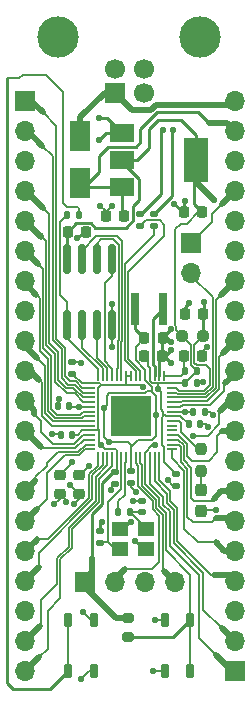
<source format=gbr>
%TF.GenerationSoftware,KiCad,Pcbnew,(6.0.11)*%
%TF.CreationDate,2024-08-13T15:35:31-05:00*%
%TF.ProjectId,PicoAlt,5069636f-416c-4742-9e6b-696361645f70,rev?*%
%TF.SameCoordinates,Original*%
%TF.FileFunction,Copper,L1,Top*%
%TF.FilePolarity,Positive*%
%FSLAX46Y46*%
G04 Gerber Fmt 4.6, Leading zero omitted, Abs format (unit mm)*
G04 Created by KiCad (PCBNEW (6.0.11)) date 2024-08-13 15:35:31*
%MOMM*%
%LPD*%
G01*
G04 APERTURE LIST*
G04 Aperture macros list*
%AMRoundRect*
0 Rectangle with rounded corners*
0 $1 Rounding radius*
0 $2 $3 $4 $5 $6 $7 $8 $9 X,Y pos of 4 corners*
0 Add a 4 corners polygon primitive as box body*
4,1,4,$2,$3,$4,$5,$6,$7,$8,$9,$2,$3,0*
0 Add four circle primitives for the rounded corners*
1,1,$1+$1,$2,$3*
1,1,$1+$1,$4,$5*
1,1,$1+$1,$6,$7*
1,1,$1+$1,$8,$9*
0 Add four rect primitives between the rounded corners*
20,1,$1+$1,$2,$3,$4,$5,0*
20,1,$1+$1,$4,$5,$6,$7,0*
20,1,$1+$1,$6,$7,$8,$9,0*
20,1,$1+$1,$8,$9,$2,$3,0*%
G04 Aperture macros list end*
%TA.AperFunction,SMDPad,CuDef*%
%ADD10R,1.400000X1.200000*%
%TD*%
%TA.AperFunction,SMDPad,CuDef*%
%ADD11RoundRect,0.140000X0.140000X0.170000X-0.140000X0.170000X-0.140000X-0.170000X0.140000X-0.170000X0*%
%TD*%
%TA.AperFunction,ComponentPad*%
%ADD12R,1.700000X1.700000*%
%TD*%
%TA.AperFunction,ComponentPad*%
%ADD13C,1.700000*%
%TD*%
%TA.AperFunction,ComponentPad*%
%ADD14C,3.500000*%
%TD*%
%TA.AperFunction,SMDPad,CuDef*%
%ADD15RoundRect,0.135000X0.135000X0.185000X-0.135000X0.185000X-0.135000X-0.185000X0.135000X-0.185000X0*%
%TD*%
%TA.AperFunction,SMDPad,CuDef*%
%ADD16RoundRect,0.225000X0.225000X0.250000X-0.225000X0.250000X-0.225000X-0.250000X0.225000X-0.250000X0*%
%TD*%
%TA.AperFunction,SMDPad,CuDef*%
%ADD17RoundRect,0.237500X0.237500X-0.250000X0.237500X0.250000X-0.237500X0.250000X-0.237500X-0.250000X0*%
%TD*%
%TA.AperFunction,SMDPad,CuDef*%
%ADD18RoundRect,0.135000X-0.185000X0.135000X-0.185000X-0.135000X0.185000X-0.135000X0.185000X0.135000X0*%
%TD*%
%TA.AperFunction,SMDPad,CuDef*%
%ADD19RoundRect,0.140000X-0.170000X0.140000X-0.170000X-0.140000X0.170000X-0.140000X0.170000X0.140000X0*%
%TD*%
%TA.AperFunction,SMDPad,CuDef*%
%ADD20RoundRect,0.225000X-0.225000X-0.250000X0.225000X-0.250000X0.225000X0.250000X-0.225000X0.250000X0*%
%TD*%
%TA.AperFunction,SMDPad,CuDef*%
%ADD21RoundRect,0.050000X-0.387500X-0.050000X0.387500X-0.050000X0.387500X0.050000X-0.387500X0.050000X0*%
%TD*%
%TA.AperFunction,SMDPad,CuDef*%
%ADD22RoundRect,0.050000X-0.050000X-0.387500X0.050000X-0.387500X0.050000X0.387500X-0.050000X0.387500X0*%
%TD*%
%TA.AperFunction,SMDPad,CuDef*%
%ADD23R,3.400000X3.400000*%
%TD*%
%TA.AperFunction,SMDPad,CuDef*%
%ADD24RoundRect,0.200000X-0.275000X0.200000X-0.275000X-0.200000X0.275000X-0.200000X0.275000X0.200000X0*%
%TD*%
%TA.AperFunction,SMDPad,CuDef*%
%ADD25R,2.000000X1.500000*%
%TD*%
%TA.AperFunction,SMDPad,CuDef*%
%ADD26R,2.000000X3.800000*%
%TD*%
%TA.AperFunction,ComponentPad*%
%ADD27O,1.700000X1.700000*%
%TD*%
%TA.AperFunction,SMDPad,CuDef*%
%ADD28RoundRect,0.140000X-0.140000X-0.170000X0.140000X-0.170000X0.140000X0.170000X-0.140000X0.170000X0*%
%TD*%
%TA.AperFunction,SMDPad,CuDef*%
%ADD29R,0.800000X2.700000*%
%TD*%
%TA.AperFunction,SMDPad,CuDef*%
%ADD30R,1.800000X2.500000*%
%TD*%
%TA.AperFunction,SMDPad,CuDef*%
%ADD31RoundRect,0.237500X0.250000X0.237500X-0.250000X0.237500X-0.250000X-0.237500X0.250000X-0.237500X0*%
%TD*%
%TA.AperFunction,SMDPad,CuDef*%
%ADD32RoundRect,0.162500X0.162500X-0.437500X0.162500X0.437500X-0.162500X0.437500X-0.162500X-0.437500X0*%
%TD*%
%TA.AperFunction,SMDPad,CuDef*%
%ADD33RoundRect,0.237500X0.237500X-0.287500X0.237500X0.287500X-0.237500X0.287500X-0.237500X-0.287500X0*%
%TD*%
%TA.AperFunction,SMDPad,CuDef*%
%ADD34RoundRect,0.150000X0.150000X-1.125000X0.150000X1.125000X-0.150000X1.125000X-0.150000X-1.125000X0*%
%TD*%
%TA.AperFunction,SMDPad,CuDef*%
%ADD35RoundRect,0.135000X0.185000X-0.135000X0.185000X0.135000X-0.185000X0.135000X-0.185000X-0.135000X0*%
%TD*%
%TA.AperFunction,SMDPad,CuDef*%
%ADD36RoundRect,0.140000X0.170000X-0.140000X0.170000X0.140000X-0.170000X0.140000X-0.170000X-0.140000X0*%
%TD*%
%TA.AperFunction,SMDPad,CuDef*%
%ADD37RoundRect,0.225000X-0.250000X0.225000X-0.250000X-0.225000X0.250000X-0.225000X0.250000X0.225000X0*%
%TD*%
%TA.AperFunction,ViaPad*%
%ADD38C,0.550000*%
%TD*%
%TA.AperFunction,Conductor*%
%ADD39C,0.130000*%
%TD*%
%TA.AperFunction,Conductor*%
%ADD40C,0.250000*%
%TD*%
%TA.AperFunction,Conductor*%
%ADD41C,0.500000*%
%TD*%
G04 APERTURE END LIST*
D10*
%TO.P,Y1,1,1*%
%TO.N,Net-(C16-Pad2)*%
X147720000Y-116650000D03*
%TO.P,Y1,2,2*%
%TO.N,GND*%
X149920000Y-116650000D03*
%TO.P,Y1,3,3*%
%TO.N,Net-(C17-Pad2)*%
X149920000Y-114950000D03*
%TO.P,Y1,4,4*%
%TO.N,GND*%
X147720000Y-114950000D03*
%TD*%
D11*
%TO.P,C13,1*%
%TO.N,+3.3V*%
X143710000Y-106980000D03*
%TO.P,C13,2*%
%TO.N,GND*%
X142750000Y-106980000D03*
%TD*%
D12*
%TO.P,J2,1,VBUS*%
%TO.N,VBUS*%
X147290000Y-78040000D03*
D13*
%TO.P,J2,2,D-*%
%TO.N,Net-(J2-Pad2)*%
X149790000Y-78040000D03*
%TO.P,J2,3,D+*%
%TO.N,Net-(J2-Pad3)*%
X149790000Y-76040000D03*
%TO.P,J2,4,GND*%
%TO.N,GND*%
X147290000Y-76040000D03*
D14*
%TO.P,J2,5,Shield*%
X154560000Y-73330000D03*
X142520000Y-73330000D03*
%TD*%
D15*
%TO.P,R9,1*%
%TO.N,Net-(R9-Pad1)*%
X144274000Y-88392000D03*
%TO.P,R9,2*%
%TO.N,QSPISS*%
X143254000Y-88392000D03*
%TD*%
D16*
%TO.P,C12,1*%
%TO.N,+3.3V*%
X154685000Y-88150000D03*
%TO.P,C12,2*%
%TO.N,GND*%
X153135000Y-88150000D03*
%TD*%
D17*
%TO.P,R1,1*%
%TO.N,Net-(D1-Pad2)*%
X154630000Y-110042500D03*
%TO.P,R1,2*%
%TO.N,GPIO25*%
X154630000Y-108217500D03*
%TD*%
D18*
%TO.P,R3,1*%
%TO.N,Net-(J2-Pad3)*%
X150600000Y-88330000D03*
%TO.P,R3,2*%
%TO.N,USBP*%
X150600000Y-89350000D03*
%TD*%
D19*
%TO.P,C1,1*%
%TO.N,+3.3V*%
X152500000Y-110330000D03*
%TO.P,C1,2*%
%TO.N,GND*%
X152500000Y-111290000D03*
%TD*%
D20*
%TO.P,C10,1*%
%TO.N,+1V1*%
X149805000Y-98790000D03*
%TO.P,C10,2*%
%TO.N,GND*%
X151355000Y-98790000D03*
%TD*%
D21*
%TO.P,U3,1,IOVDD*%
%TO.N,+3.3V*%
X145220000Y-102630000D03*
%TO.P,U3,2,GPIO0*%
%TO.N,GPIO0*%
X145220000Y-103030000D03*
%TO.P,U3,3,GPIO1*%
%TO.N,GPIO1*%
X145220000Y-103430000D03*
%TO.P,U3,4,GPIO2*%
%TO.N,GPIO2*%
X145220000Y-103830000D03*
%TO.P,U3,5,GPIO3*%
%TO.N,GPIO3*%
X145220000Y-104230000D03*
%TO.P,U3,6,DVDD*%
%TO.N,+1V1*%
X145220000Y-104630000D03*
%TO.P,U3,7,GPIO4*%
%TO.N,GPIO4*%
X145220000Y-105030000D03*
%TO.P,U3,8,GPIO5*%
%TO.N,GPIO5*%
X145220000Y-105430000D03*
%TO.P,U3,9,GPIO6*%
%TO.N,GPIO6*%
X145220000Y-105830000D03*
%TO.P,U3,10,GPIO7*%
%TO.N,GPIO7*%
X145220000Y-106230000D03*
%TO.P,U3,11,IOVDD*%
%TO.N,+3.3V*%
X145220000Y-106630000D03*
%TO.P,U3,12,GPIO8*%
%TO.N,GPIO8*%
X145220000Y-107030000D03*
%TO.P,U3,13,GPIO9*%
%TO.N,GPIO9*%
X145220000Y-107430000D03*
%TO.P,U3,14,GPIO10*%
%TO.N,GPIO10*%
X145220000Y-107830000D03*
%TO.P,U3,15,GPIO11*%
%TO.N,GPIO11*%
X145220000Y-108230000D03*
D22*
%TO.P,U3,16,GPIO12*%
%TO.N,GPIO12*%
X145870000Y-108880000D03*
%TO.P,U3,17,GPIO13*%
%TO.N,GPIO13*%
X146270000Y-108880000D03*
%TO.P,U3,18,GPIO14*%
%TO.N,GPIO14*%
X146670000Y-108880000D03*
%TO.P,U3,19,GPIO15*%
%TO.N,GPIO15*%
X147070000Y-108880000D03*
%TO.P,U3,20,IOVDD*%
%TO.N,+3.3V*%
X147470000Y-108880000D03*
%TO.P,U3,21,XIN*%
%TO.N,Net-(C16-Pad2)*%
X147870000Y-108880000D03*
%TO.P,U3,22,XOUT*%
%TO.N,Net-(R5-Pad2)*%
X148270000Y-108880000D03*
%TO.P,U3,23,DVDD*%
%TO.N,+1V1*%
X148670000Y-108880000D03*
%TO.P,U3,24,SWCLK*%
%TO.N,Net-(J3-Pad2)*%
X149070000Y-108880000D03*
%TO.P,U3,25,SWD*%
%TO.N,Net-(J3-Pad4)*%
X149470000Y-108880000D03*
%TO.P,U3,26,RUN*%
%TO.N,RUN*%
X149870000Y-108880000D03*
%TO.P,U3,27,GPIO16*%
%TO.N,GPIO16*%
X150270000Y-108880000D03*
%TO.P,U3,28,GPIO17*%
%TO.N,GPIO17*%
X150670000Y-108880000D03*
%TO.P,U3,29,GPIO18*%
%TO.N,GPIO18*%
X151070000Y-108880000D03*
%TO.P,U3,30,IOVDD*%
%TO.N,+3.3V*%
X151470000Y-108880000D03*
D21*
%TO.P,U3,31,GPIO19*%
%TO.N,GPIO19*%
X152120000Y-108230000D03*
%TO.P,U3,32,GPIO20*%
%TO.N,GPIO20*%
X152120000Y-107830000D03*
%TO.P,U3,33,GPIO21*%
%TO.N,GPIO21*%
X152120000Y-107430000D03*
%TO.P,U3,34,GPIO22*%
%TO.N,GPIO22*%
X152120000Y-107030000D03*
%TO.P,U3,35,GPIO23*%
%TO.N,GPIO23*%
X152120000Y-106630000D03*
%TO.P,U3,36,GPIO24*%
%TO.N,GPIO24*%
X152120000Y-106230000D03*
%TO.P,U3,37,GPIO25*%
%TO.N,GPIO25*%
X152120000Y-105830000D03*
%TO.P,U3,38,IOVDD*%
%TO.N,+3.3V*%
X152120000Y-105430000D03*
%TO.P,U3,39,DVDD*%
%TO.N,+1V1*%
X152120000Y-105030000D03*
%TO.P,U3,40,GPIO26_ADC0*%
%TO.N,GPIO26*%
X152120000Y-104630000D03*
%TO.P,U3,41,GPIO27_ADC1*%
%TO.N,GPIO27*%
X152120000Y-104230000D03*
%TO.P,U3,42,GPIO28_ADC2*%
%TO.N,GPIO28*%
X152120000Y-103830000D03*
%TO.P,U3,43,GPIO29_ADC3*%
%TO.N,GPIO29*%
X152120000Y-103430000D03*
%TO.P,U3,44,ADC_AVDD*%
%TO.N,ADCVREF*%
X152120000Y-103030000D03*
%TO.P,U3,45,IOVDD*%
%TO.N,+3.3V*%
X152120000Y-102630000D03*
D22*
%TO.P,U3,46,VREG_AVDD*%
%TO.N,Net-(C14-Pad1)*%
X151470000Y-101980000D03*
%TO.P,U3,47,VREG_PGND*%
%TO.N,GND*%
X151070000Y-101980000D03*
%TO.P,U3,48,VREG_LX*%
%TO.N,Net-(L1-Pad1)*%
X150670000Y-101980000D03*
%TO.P,U3,49,VREG_VIN*%
%TO.N,+3.3V*%
X150270000Y-101980000D03*
%TO.P,U3,50,VREG_FB*%
%TO.N,+1V1*%
X149870000Y-101980000D03*
%TO.P,U3,51,USB_DM*%
%TO.N,USBM*%
X149470000Y-101980000D03*
%TO.P,U3,52,USB_DP*%
%TO.N,USBP*%
X149070000Y-101980000D03*
%TO.P,U3,53,USB_OTP_VDD*%
%TO.N,+3.3V*%
X148670000Y-101980000D03*
%TO.P,U3,54,QSPI_IOVDD*%
X148270000Y-101980000D03*
%TO.P,U3,55,QSPI_SD3*%
%TO.N,QSPISD3*%
X147870000Y-101980000D03*
%TO.P,U3,56,QSPI_SCLK*%
%TO.N,QSPICLK*%
X147470000Y-101980000D03*
%TO.P,U3,57,QSPI_SD0*%
%TO.N,QSPISD0*%
X147070000Y-101980000D03*
%TO.P,U3,58,QSPI_SD2*%
%TO.N,QSPISD2*%
X146670000Y-101980000D03*
%TO.P,U3,59,QSPI_SD1*%
%TO.N,QSPISD1*%
X146270000Y-101980000D03*
%TO.P,U3,60,QSPI_SS*%
%TO.N,QSPISS*%
X145870000Y-101980000D03*
D23*
%TO.P,U3,61,GND*%
%TO.N,GND*%
X148670000Y-105430000D03*
%TD*%
D24*
%TO.P,R6,1*%
%TO.N,+3.3V*%
X148450000Y-122490000D03*
%TO.P,R6,2*%
%TO.N,RUN*%
X148450000Y-124140000D03*
%TD*%
D25*
%TO.P,U1,1,GND*%
%TO.N,GND*%
X147880000Y-81430000D03*
%TO.P,U1,2,VO*%
%TO.N,+3.3V*%
X147880000Y-83730000D03*
D26*
X154180000Y-83730000D03*
D25*
%TO.P,U1,3,VI*%
%TO.N,+5V*%
X147880000Y-86030000D03*
%TD*%
D12*
%TO.P,J3,1,Pin_1*%
%TO.N,+3.3V*%
X144770000Y-119460000D03*
D27*
%TO.P,J3,2,Pin_2*%
%TO.N,Net-(J3-Pad2)*%
X147310000Y-119460000D03*
%TO.P,J3,3,Pin_3*%
%TO.N,GND*%
X149850000Y-119460000D03*
%TO.P,J3,4,Pin_4*%
%TO.N,Net-(J3-Pad4)*%
X152390000Y-119460000D03*
%TD*%
D16*
%TO.P,C4,1*%
%TO.N,+5V*%
X148075000Y-88500000D03*
%TO.P,C4,2*%
%TO.N,GND*%
X146525000Y-88500000D03*
%TD*%
D28*
%TO.P,C19,1*%
%TO.N,+1V1*%
X153970000Y-105090000D03*
%TO.P,C19,2*%
%TO.N,GND*%
X154930000Y-105090000D03*
%TD*%
D29*
%TO.P,L1,1,1*%
%TO.N,Net-(L1-Pad1)*%
X151350000Y-96370000D03*
%TO.P,L1,2,2*%
%TO.N,+1V1*%
X149050000Y-96370000D03*
%TD*%
D30*
%TO.P,D2,1,K*%
%TO.N,+5V*%
X144400000Y-85710000D03*
%TO.P,D2,2,A*%
%TO.N,VBUS*%
X144400000Y-81710000D03*
%TD*%
D31*
%TO.P,R7,1*%
%TO.N,ADCVREF*%
X154802500Y-98610000D03*
%TO.P,R7,2*%
%TO.N,+3.3V*%
X152977500Y-98610000D03*
%TD*%
D15*
%TO.P,R5,1*%
%TO.N,Net-(C17-Pad2)*%
X148610000Y-113540000D03*
%TO.P,R5,2*%
%TO.N,Net-(R5-Pad2)*%
X147590000Y-113540000D03*
%TD*%
D32*
%TO.P,SW1,1,1*%
%TO.N,GND*%
X151565000Y-126970000D03*
X151565000Y-122670000D03*
%TO.P,SW1,2,2*%
%TO.N,RUN*%
X153715000Y-122670000D03*
X153715000Y-126970000D03*
%TD*%
D33*
%TO.P,D1,1,K*%
%TO.N,GND*%
X154630000Y-113435000D03*
%TO.P,D1,2,A*%
%TO.N,Net-(D1-Pad2)*%
X154630000Y-111685000D03*
%TD*%
D28*
%TO.P,C8,1*%
%TO.N,+3.3V*%
X153280000Y-102640000D03*
%TO.P,C8,2*%
%TO.N,GND*%
X154240000Y-102640000D03*
%TD*%
D20*
%TO.P,C14,1*%
%TO.N,Net-(C14-Pad1)*%
X153149000Y-100330000D03*
%TO.P,C14,2*%
%TO.N,GND*%
X154699000Y-100330000D03*
%TD*%
%TO.P,C15,1*%
%TO.N,+3.3V*%
X143305000Y-89810000D03*
%TO.P,C15,2*%
%TO.N,GND*%
X144855000Y-89810000D03*
%TD*%
D16*
%TO.P,C18,1*%
%TO.N,ADCVREF*%
X154805000Y-96760000D03*
%TO.P,C18,2*%
%TO.N,GND*%
X153255000Y-96760000D03*
%TD*%
D12*
%TO.P,JP1,1,A*%
%TO.N,Net-(J5-Pad17)*%
X153790000Y-90760000D03*
D27*
%TO.P,JP1,2,B*%
%TO.N,GPIO29*%
X153790000Y-93300000D03*
%TD*%
D34*
%TO.P,U2,1,/CS*%
%TO.N,QSPISS*%
X143235000Y-97675000D03*
%TO.P,U2,2,DO(IO1)*%
%TO.N,QSPISD1*%
X144505000Y-97675000D03*
%TO.P,U2,3,IO2*%
%TO.N,QSPISD2*%
X145775000Y-97675000D03*
%TO.P,U2,4,GND*%
%TO.N,GND*%
X147045000Y-97675000D03*
%TO.P,U2,5,DI(IO0)*%
%TO.N,QSPISD0*%
X147045000Y-92125000D03*
%TO.P,U2,6,CLK*%
%TO.N,QSPICLK*%
X145775000Y-92125000D03*
%TO.P,U2,7,IO*%
%TO.N,QSPISD3*%
X144505000Y-92125000D03*
%TO.P,U2,8,VCC*%
%TO.N,+3.3V*%
X143235000Y-92125000D03*
%TD*%
D12*
%TO.P,J5,1,Pin_1*%
%TO.N,GPIO16*%
X157480000Y-127000000D03*
D27*
%TO.P,J5,2,Pin_2*%
%TO.N,GPIO17*%
X157480000Y-124460000D03*
%TO.P,J5,3,Pin_3*%
%TO.N,GND*%
X157480000Y-121920000D03*
%TO.P,J5,4,Pin_4*%
%TO.N,GPIO18*%
X157480000Y-119380000D03*
%TO.P,J5,5,Pin_5*%
%TO.N,GPIO19*%
X157480000Y-116840000D03*
%TO.P,J5,6,Pin_6*%
%TO.N,GPIO20*%
X157480000Y-114300000D03*
%TO.P,J5,7,Pin_7*%
%TO.N,GPIO21*%
X157480000Y-111760000D03*
%TO.P,J5,8,Pin_8*%
%TO.N,GND*%
X157480000Y-109220000D03*
%TO.P,J5,9,Pin_9*%
%TO.N,GPIO22*%
X157480000Y-106680000D03*
%TO.P,J5,10,Pin_10*%
%TO.N,RUN*%
X157480000Y-104140000D03*
%TO.P,J5,11,Pin_11*%
%TO.N,GPIO26*%
X157480000Y-101600000D03*
%TO.P,J5,12,Pin_12*%
%TO.N,GPIO27*%
X157480000Y-99060000D03*
%TO.P,J5,13,Pin_13*%
%TO.N,GND*%
X157480000Y-96520000D03*
%TO.P,J5,14,Pin_14*%
%TO.N,GPIO28*%
X157480000Y-93980000D03*
%TO.P,J5,15,Pin_15*%
%TO.N,ADCVREF*%
X157480000Y-91440000D03*
%TO.P,J5,16,Pin_16*%
%TO.N,+3.3V*%
X157480000Y-88900000D03*
%TO.P,J5,17,Pin_17*%
%TO.N,Net-(J5-Pad17)*%
X157480000Y-86360000D03*
%TO.P,J5,18,Pin_18*%
%TO.N,GND*%
X157480000Y-83820000D03*
%TO.P,J5,19,Pin_19*%
%TO.N,+5V*%
X157480000Y-81280000D03*
%TO.P,J5,20,Pin_20*%
%TO.N,VBUS*%
X157480000Y-78740000D03*
%TD*%
D35*
%TO.P,R4,1*%
%TO.N,USBM*%
X149480000Y-89350000D03*
%TO.P,R4,2*%
%TO.N,Net-(J2-Pad2)*%
X149480000Y-88330000D03*
%TD*%
D19*
%TO.P,C16,1*%
%TO.N,GND*%
X146060000Y-115170000D03*
%TO.P,C16,2*%
%TO.N,Net-(C16-Pad2)*%
X146060000Y-116130000D03*
%TD*%
D36*
%TO.P,C2,1*%
%TO.N,+3.3V*%
X143700000Y-101810000D03*
%TO.P,C2,2*%
%TO.N,GND*%
X143700000Y-100850000D03*
%TD*%
D32*
%TO.P,SW2,1,1*%
%TO.N,Net-(R9-Pad1)*%
X143375000Y-126960000D03*
X143375000Y-122660000D03*
%TO.P,SW2,2,2*%
%TO.N,GND*%
X145525000Y-122660000D03*
X145525000Y-126960000D03*
%TD*%
D15*
%TO.P,R2,1*%
%TO.N,+3.3V*%
X154300000Y-101620000D03*
%TO.P,R2,2*%
%TO.N,Net-(C14-Pad1)*%
X153280000Y-101620000D03*
%TD*%
D11*
%TO.P,C3,1*%
%TO.N,+1V1*%
X143460000Y-104580000D03*
%TO.P,C3,2*%
%TO.N,GND*%
X142500000Y-104580000D03*
%TD*%
D19*
%TO.P,C9,1*%
%TO.N,+3.3V*%
X147320000Y-110180000D03*
%TO.P,C9,2*%
%TO.N,GND*%
X147320000Y-111140000D03*
%TD*%
D37*
%TO.P,C5,1*%
%TO.N,+3.3V*%
X142650000Y-110425000D03*
%TO.P,C5,2*%
%TO.N,GND*%
X142650000Y-111975000D03*
%TD*%
D28*
%TO.P,C11,1*%
%TO.N,+3.3V*%
X153550000Y-106120000D03*
%TO.P,C11,2*%
%TO.N,GND*%
X154510000Y-106120000D03*
%TD*%
D19*
%TO.P,C17,1*%
%TO.N,GND*%
X149630000Y-112580000D03*
%TO.P,C17,2*%
%TO.N,Net-(C17-Pad2)*%
X149630000Y-113540000D03*
%TD*%
D20*
%TO.P,C20,1*%
%TO.N,+3.3V*%
X149785000Y-100330000D03*
%TO.P,C20,2*%
%TO.N,GND*%
X151335000Y-100330000D03*
%TD*%
D37*
%TO.P,C6,1*%
%TO.N,+1V1*%
X144280000Y-110435000D03*
%TO.P,C6,2*%
%TO.N,GND*%
X144280000Y-111985000D03*
%TD*%
D19*
%TO.P,C7,1*%
%TO.N,+1V1*%
X148700000Y-110080000D03*
%TO.P,C7,2*%
%TO.N,GND*%
X148700000Y-111040000D03*
%TD*%
D12*
%TO.P,J4,1,Pin_1*%
%TO.N,GPIO0*%
X139700000Y-78740000D03*
D27*
%TO.P,J4,2,Pin_2*%
%TO.N,GPIO1*%
X139700000Y-81280000D03*
%TO.P,J4,3,Pin_3*%
%TO.N,GND*%
X139700000Y-83820000D03*
%TO.P,J4,4,Pin_4*%
%TO.N,GPIO2*%
X139700000Y-86360000D03*
%TO.P,J4,5,Pin_5*%
%TO.N,GPIO3*%
X139700000Y-88900000D03*
%TO.P,J4,6,Pin_6*%
%TO.N,GPIO4*%
X139700000Y-91440000D03*
%TO.P,J4,7,Pin_7*%
%TO.N,GPIO5*%
X139700000Y-93980000D03*
%TO.P,J4,8,Pin_8*%
%TO.N,GND*%
X139700000Y-96520000D03*
%TO.P,J4,9,Pin_9*%
%TO.N,GPIO6*%
X139700000Y-99060000D03*
%TO.P,J4,10,Pin_10*%
%TO.N,GPIO7*%
X139700000Y-101600000D03*
%TO.P,J4,11,Pin_11*%
%TO.N,GPIO8*%
X139700000Y-104140000D03*
%TO.P,J4,12,Pin_12*%
%TO.N,GPIO9*%
X139700000Y-106680000D03*
%TO.P,J4,13,Pin_13*%
%TO.N,GND*%
X139700000Y-109220000D03*
%TO.P,J4,14,Pin_14*%
%TO.N,GPIO10*%
X139700000Y-111760000D03*
%TO.P,J4,15,Pin_15*%
%TO.N,GPIO11*%
X139700000Y-114300000D03*
%TO.P,J4,16,Pin_16*%
%TO.N,GPIO12*%
X139700000Y-116840000D03*
%TO.P,J4,17,Pin_17*%
%TO.N,GPIO13*%
X139700000Y-119380000D03*
%TO.P,J4,18,Pin_18*%
%TO.N,GND*%
X139700000Y-121920000D03*
%TO.P,J4,19,Pin_19*%
%TO.N,GPIO14*%
X139700000Y-124460000D03*
%TO.P,J4,20,Pin_20*%
%TO.N,GPIO15*%
X139700000Y-127000000D03*
%TD*%
D38*
%TO.N,GND*%
X147030000Y-99590000D03*
%TO.N,+3.3V*%
X143670000Y-109330000D03*
X146160000Y-107870000D03*
X149700000Y-102910000D03*
X155700000Y-87080000D03*
X150960000Y-103140000D03*
%TO.N,GND*%
X152080000Y-100930000D03*
X146230000Y-114360000D03*
X147060000Y-87610000D03*
X146000000Y-80170000D03*
X152350000Y-87450000D03*
X155910000Y-113340000D03*
X144470000Y-127630000D03*
X155660000Y-105360000D03*
X142030000Y-106960000D03*
X149800000Y-104220000D03*
X151780000Y-110830000D03*
X152040000Y-98040000D03*
X143830000Y-112840000D03*
X155080000Y-99570000D03*
X149840000Y-105360000D03*
X152070000Y-99790000D03*
X149110000Y-111860000D03*
X148670000Y-105410000D03*
X142550000Y-103940000D03*
X154810000Y-102500000D03*
X149000000Y-116010000D03*
X152070000Y-99170000D03*
X148890000Y-112600000D03*
X155190000Y-106320000D03*
X153210000Y-87200000D03*
X142200000Y-112840000D03*
X145950000Y-82040000D03*
X150540000Y-126970000D03*
X146050000Y-87590000D03*
X150750000Y-122670000D03*
X144140000Y-90330000D03*
X144450000Y-100880000D03*
X147510000Y-104180000D03*
X153560000Y-95840000D03*
X147040000Y-95900000D03*
X143520000Y-111230000D03*
X146990000Y-111630000D03*
X149960000Y-106740000D03*
X143170000Y-112690000D03*
X147380000Y-105360000D03*
X148690000Y-114390000D03*
X147330000Y-106660000D03*
X144640000Y-122030000D03*
%TO.N,+1V1*%
X146390000Y-104710000D03*
X144290000Y-104620000D03*
X145160000Y-109600000D03*
X150810000Y-105350000D03*
X146840000Y-107580000D03*
X153241179Y-105088032D03*
%TO.N,ADCVREF*%
X154845000Y-95785000D03*
%TO.N,RUN*%
X150740000Y-107870000D03*
X153940000Y-107080000D03*
%TO.N,Net-(J2-Pad2)*%
X151360000Y-81180000D03*
%TO.N,Net-(J2-Pad3)*%
X152210000Y-81220000D03*
%TD*%
D39*
%TO.N,GND*%
X147045000Y-99575000D02*
X147030000Y-99590000D01*
X147045000Y-97675000D02*
X147045000Y-99575000D01*
%TO.N,+3.3V*%
X151290000Y-105562965D02*
X151290000Y-107820000D01*
X144520000Y-102630000D02*
X145220000Y-102630000D01*
D40*
X143305000Y-89810000D02*
X144055000Y-89060000D01*
D39*
X152920000Y-89110000D02*
X153410000Y-89110000D01*
X144560000Y-106630000D02*
X144210000Y-106980000D01*
X145220000Y-106630000D02*
X144560000Y-106630000D01*
D40*
X148890000Y-87590000D02*
X149370000Y-87110000D01*
D39*
X151290000Y-107820000D02*
X151470000Y-108000000D01*
D40*
X146260000Y-111060000D02*
X147140000Y-110180000D01*
X143300000Y-92060000D02*
X143235000Y-92125000D01*
D39*
X146000000Y-107710000D02*
X146160000Y-107870000D01*
D41*
X144770000Y-119850000D02*
X147410000Y-122490000D01*
D39*
X144210000Y-106980000D02*
X143710000Y-106980000D01*
X146040000Y-102630000D02*
X146160000Y-102750000D01*
D40*
X146260000Y-112820000D02*
X146260000Y-111060000D01*
D39*
X145940000Y-106630000D02*
X145970000Y-106600000D01*
D40*
X150230000Y-82680000D02*
X150230000Y-81080000D01*
X148330000Y-89390000D02*
X148338823Y-89390000D01*
X143300000Y-89815000D02*
X143300000Y-92060000D01*
D39*
X143700000Y-101810000D02*
X144520000Y-102630000D01*
X143670000Y-109330000D02*
X143670000Y-109405000D01*
X145890000Y-106520000D02*
X145970000Y-106600000D01*
D40*
X148890000Y-88838823D02*
X148890000Y-87590000D01*
D39*
X151420000Y-105432965D02*
X151290000Y-105562965D01*
D40*
X147880000Y-83730000D02*
X149180000Y-83730000D01*
X152900000Y-80330000D02*
X154180000Y-81610000D01*
X154030000Y-87495000D02*
X154030000Y-83880000D01*
D39*
X146480000Y-108190000D02*
X147340000Y-108190000D01*
X152420000Y-97727035D02*
X152420000Y-89610000D01*
D40*
X148260000Y-89460000D02*
X148330000Y-89390000D01*
D41*
X145410000Y-118590000D02*
X145410000Y-117460000D01*
D39*
X152120000Y-105430000D02*
X151610000Y-105430000D01*
X150480661Y-102630000D02*
X150270000Y-102419339D01*
D40*
X145380000Y-115520000D02*
X145380000Y-113700000D01*
D39*
X147470000Y-108320000D02*
X147470000Y-108880000D01*
D40*
X148338823Y-89390000D02*
X148890000Y-88838823D01*
X154685000Y-88150000D02*
X154030000Y-87495000D01*
X150980000Y-80330000D02*
X152900000Y-80330000D01*
D39*
X151420000Y-105240000D02*
X151420000Y-105070000D01*
X150090000Y-101170000D02*
X150090000Y-100635000D01*
X148270000Y-102750000D02*
X149540000Y-102750000D01*
X154370000Y-88150000D02*
X154685000Y-88150000D01*
X151470000Y-108880000D02*
X151470000Y-109300000D01*
D41*
X155670000Y-87080000D02*
X154180000Y-85590000D01*
D40*
X154180000Y-81610000D02*
X154180000Y-83730000D01*
D41*
X154180000Y-85590000D02*
X154180000Y-83730000D01*
D39*
X147470000Y-108880000D02*
X147470000Y-110030000D01*
D40*
X149180000Y-83730000D02*
X150230000Y-82680000D01*
X147880000Y-83880000D02*
X147880000Y-83730000D01*
D39*
X145220000Y-102630000D02*
X146040000Y-102630000D01*
X153794000Y-99426500D02*
X153794000Y-101114000D01*
D41*
X144770000Y-119460000D02*
X144770000Y-119230000D01*
D39*
X148670000Y-101980000D02*
X148270000Y-101980000D01*
X148270000Y-101980000D02*
X148270000Y-102750000D01*
X151420000Y-105070000D02*
X151420000Y-105432965D01*
D40*
X147140000Y-110180000D02*
X147320000Y-110180000D01*
D39*
X151200000Y-104850000D02*
X151200000Y-103380000D01*
X153270000Y-102630000D02*
X153280000Y-102640000D01*
X145890000Y-103020000D02*
X145890000Y-106520000D01*
X152120000Y-102630000D02*
X150880000Y-102630000D01*
X152860000Y-105430000D02*
X153550000Y-106120000D01*
D41*
X155700000Y-87080000D02*
X155670000Y-87080000D01*
D39*
X150270000Y-101980000D02*
X150270000Y-101350000D01*
X152977500Y-98610000D02*
X152530000Y-98162500D01*
X153410000Y-89110000D02*
X154370000Y-88150000D01*
X150270000Y-101350000D02*
X150090000Y-101170000D01*
X143670000Y-109405000D02*
X142650000Y-110425000D01*
X146160000Y-102750000D02*
X148270000Y-102750000D01*
X152530000Y-97837035D02*
X152420000Y-97727035D01*
X145220000Y-106630000D02*
X145940000Y-106630000D01*
X152530000Y-98162500D02*
X152530000Y-97837035D01*
D40*
X145658823Y-89460000D02*
X148260000Y-89460000D01*
D39*
X147340000Y-108190000D02*
X147470000Y-108320000D01*
X152420000Y-89610000D02*
X152920000Y-89110000D01*
X150270000Y-102419339D02*
X150270000Y-101980000D01*
D41*
X144770000Y-119460000D02*
X144770000Y-119850000D01*
X144770000Y-119230000D02*
X145410000Y-118590000D01*
D39*
X146000000Y-106730000D02*
X145970000Y-106700000D01*
D40*
X150230000Y-81080000D02*
X150980000Y-80330000D01*
X145380000Y-113700000D02*
X146260000Y-112820000D01*
D39*
X150960000Y-103140000D02*
X150960000Y-102710000D01*
D40*
X143305000Y-89810000D02*
X143300000Y-89815000D01*
D39*
X147470000Y-110030000D02*
X147320000Y-110180000D01*
X150880000Y-102630000D02*
X150480661Y-102630000D01*
X150960000Y-102710000D02*
X150880000Y-102630000D01*
X146160000Y-102750000D02*
X145890000Y-103020000D01*
X154300000Y-101620000D02*
X153280000Y-102640000D01*
D41*
X147410000Y-122490000D02*
X148450000Y-122490000D01*
D40*
X145410000Y-117460000D02*
X145410000Y-115550000D01*
X145258823Y-89060000D02*
X145658823Y-89460000D01*
D39*
X150960000Y-103140000D02*
X151200000Y-103380000D01*
X150090000Y-100635000D02*
X149785000Y-100330000D01*
D40*
X149370000Y-87110000D02*
X149370000Y-85370000D01*
D39*
X151470000Y-109300000D02*
X152500000Y-110330000D01*
X146160000Y-107870000D02*
X146480000Y-108190000D01*
X151470000Y-108000000D02*
X151470000Y-108880000D01*
X145970000Y-106700000D02*
X145970000Y-106600000D01*
D40*
X149370000Y-85370000D02*
X147880000Y-83880000D01*
D39*
X153794000Y-101114000D02*
X154300000Y-101620000D01*
D40*
X154030000Y-83880000D02*
X154180000Y-83730000D01*
D39*
X152120000Y-105430000D02*
X152860000Y-105430000D01*
X149540000Y-102750000D02*
X149700000Y-102910000D01*
X151610000Y-105430000D02*
X151420000Y-105240000D01*
D40*
X144055000Y-89060000D02*
X145258823Y-89060000D01*
D39*
X151420000Y-105070000D02*
X151200000Y-104850000D01*
D40*
X145410000Y-115550000D02*
X145380000Y-115520000D01*
D39*
X152120000Y-102630000D02*
X153270000Y-102630000D01*
X152977500Y-98610000D02*
X153794000Y-99426500D01*
X146000000Y-106730000D02*
X146000000Y-107710000D01*
%TO.N,GND*%
X145270000Y-122660000D02*
X144640000Y-122030000D01*
X148700000Y-111450000D02*
X148700000Y-111040000D01*
X145140000Y-126960000D02*
X144470000Y-127630000D01*
X152500000Y-111290000D02*
X152240000Y-111290000D01*
X149790000Y-105410000D02*
X149840000Y-105360000D01*
X149960000Y-106700000D02*
X149960000Y-106740000D01*
X149920000Y-116650000D02*
X149640000Y-116650000D01*
D40*
X153050000Y-88150000D02*
X152350000Y-87450000D01*
X153560000Y-95840000D02*
X153255000Y-96145000D01*
X151530000Y-100330000D02*
X152070000Y-99790000D01*
X151690000Y-98790000D02*
X152070000Y-99170000D01*
X146230000Y-114360000D02*
X146060000Y-114530000D01*
X146560000Y-81430000D02*
X147880000Y-81430000D01*
D39*
X149630000Y-112580000D02*
X148910000Y-112580000D01*
X145525000Y-126960000D02*
X145140000Y-126960000D01*
X144280000Y-111985000D02*
X144275000Y-111985000D01*
D40*
X151335000Y-100330000D02*
X151530000Y-100330000D01*
X153135000Y-88150000D02*
X153050000Y-88150000D01*
D39*
X147720000Y-114950000D02*
X148130000Y-114950000D01*
X144280000Y-111985000D02*
X144280000Y-112390000D01*
X142650000Y-112390000D02*
X142650000Y-111975000D01*
X154240000Y-102640000D02*
X154670000Y-102640000D01*
D40*
X151480000Y-100330000D02*
X152080000Y-100930000D01*
X146060000Y-114530000D02*
X146060000Y-115170000D01*
D39*
X142550000Y-104530000D02*
X142550000Y-103940000D01*
X147510000Y-104180000D02*
X147510000Y-104250000D01*
X148130000Y-114950000D02*
X148690000Y-114390000D01*
D40*
X146620000Y-80170000D02*
X147880000Y-81430000D01*
X146000000Y-80170000D02*
X146620000Y-80170000D01*
D39*
X142730000Y-106960000D02*
X142750000Y-106980000D01*
D40*
X151070000Y-101980000D02*
X151070000Y-100595000D01*
D39*
X146990000Y-111470000D02*
X147320000Y-111140000D01*
X155660000Y-105360000D02*
X155390000Y-105090000D01*
X143170000Y-112495000D02*
X142650000Y-111975000D01*
X155390000Y-105090000D02*
X154930000Y-105090000D01*
X147045000Y-97675000D02*
X147040000Y-97670000D01*
X154699000Y-99951000D02*
X155080000Y-99570000D01*
X150750000Y-122670000D02*
X151565000Y-122670000D01*
D40*
X151335000Y-98810000D02*
X151355000Y-98790000D01*
X151335000Y-100330000D02*
X151480000Y-100330000D01*
X153105000Y-88180000D02*
X153135000Y-88150000D01*
D39*
X148670000Y-105410000D02*
X149960000Y-106700000D01*
D40*
X153255000Y-96145000D02*
X153255000Y-96760000D01*
D39*
X146525000Y-88500000D02*
X146525000Y-88065000D01*
X146525000Y-88145000D02*
X147060000Y-87610000D01*
X144450000Y-100880000D02*
X144420000Y-100850000D01*
X148910000Y-112580000D02*
X148890000Y-112600000D01*
D40*
X151355000Y-98725000D02*
X151355000Y-98790000D01*
X151335000Y-100330000D02*
X151335000Y-98810000D01*
D39*
X148670000Y-105410000D02*
X149790000Y-105410000D01*
X148620000Y-105360000D02*
X147380000Y-105360000D01*
D40*
X151070000Y-100595000D02*
X151335000Y-100330000D01*
D39*
X146525000Y-88065000D02*
X146050000Y-87590000D01*
X154670000Y-102640000D02*
X154810000Y-102500000D01*
D40*
X153135000Y-87275000D02*
X153210000Y-87200000D01*
D39*
X154510000Y-106120000D02*
X154990000Y-106120000D01*
X154990000Y-106120000D02*
X155190000Y-106320000D01*
X149110000Y-111860000D02*
X148700000Y-111450000D01*
D40*
X145950000Y-82040000D02*
X146560000Y-81430000D01*
D39*
X155910000Y-113340000D02*
X154725000Y-113340000D01*
D40*
X151355000Y-98790000D02*
X151690000Y-98790000D01*
D39*
X146525000Y-88500000D02*
X146525000Y-88145000D01*
X149640000Y-116650000D02*
X149000000Y-116010000D01*
X150540000Y-126970000D02*
X151565000Y-126970000D01*
X148670000Y-105410000D02*
X148670000Y-105350000D01*
X154699000Y-100330000D02*
X154699000Y-99951000D01*
D40*
X144660000Y-89810000D02*
X144140000Y-90330000D01*
X152040000Y-98040000D02*
X151355000Y-98725000D01*
D39*
X147040000Y-97670000D02*
X147040000Y-95900000D01*
D40*
X144855000Y-89810000D02*
X144660000Y-89810000D01*
D39*
X144420000Y-100850000D02*
X143700000Y-100850000D01*
D40*
X153135000Y-88150000D02*
X153135000Y-87275000D01*
D39*
X152240000Y-111290000D02*
X151780000Y-110830000D01*
X142500000Y-104580000D02*
X142550000Y-104530000D01*
X154725000Y-113340000D02*
X154630000Y-113435000D01*
X142030000Y-106960000D02*
X142730000Y-106960000D01*
X147510000Y-104250000D02*
X148670000Y-105410000D01*
X146990000Y-111630000D02*
X146990000Y-111470000D01*
X148580000Y-105410000D02*
X147330000Y-106660000D01*
X144275000Y-111985000D02*
X143520000Y-111230000D01*
X144280000Y-112390000D02*
X143830000Y-112840000D01*
X142200000Y-112840000D02*
X142650000Y-112390000D01*
X148670000Y-105410000D02*
X148580000Y-105410000D01*
X143170000Y-112690000D02*
X143170000Y-112495000D01*
X148670000Y-105350000D02*
X149800000Y-104220000D01*
X145525000Y-122660000D02*
X145270000Y-122660000D01*
X148670000Y-105410000D02*
X148620000Y-105360000D01*
D40*
%TO.N,+1V1*%
X149050000Y-98035000D02*
X149805000Y-98790000D01*
D39*
X150810000Y-105530000D02*
X150640000Y-105360000D01*
X149870000Y-102387035D02*
X149870000Y-101980000D01*
X143510000Y-104630000D02*
X143460000Y-104580000D01*
X153241179Y-105088032D02*
X153193147Y-105040000D01*
X144290000Y-104620000D02*
X145210000Y-104620000D01*
X146390000Y-104710000D02*
X146630000Y-104470000D01*
X148670000Y-108010000D02*
X148670000Y-108130000D01*
X147360000Y-103490000D02*
X149890000Y-103490000D01*
X150470000Y-102987035D02*
X149870000Y-102387035D01*
X150640000Y-105360000D02*
X150800000Y-105200000D01*
X144325000Y-110435000D02*
X145160000Y-109600000D01*
X149890000Y-103490000D02*
X150070000Y-103310000D01*
X149250000Y-107430000D02*
X150460000Y-107430000D01*
X150460000Y-107430000D02*
X150810000Y-107080000D01*
X145210000Y-104620000D02*
X145220000Y-104630000D01*
X153243147Y-105090000D02*
X153241179Y-105088032D01*
X148670000Y-107840000D02*
X148670000Y-108130000D01*
X144280000Y-110435000D02*
X144325000Y-110435000D01*
X148670000Y-108130000D02*
X148670000Y-108880000D01*
X153970000Y-105090000D02*
X153243147Y-105090000D01*
X150470000Y-103342965D02*
X150470000Y-103310000D01*
X146630000Y-104470000D02*
X146630000Y-103680000D01*
X146390000Y-104710000D02*
X146400000Y-104720000D01*
X148670000Y-108880000D02*
X148670000Y-110050000D01*
X146630000Y-103680000D02*
X146830000Y-103480000D01*
X146400000Y-104720000D02*
X146400000Y-107140000D01*
X149870000Y-101980000D02*
X149870000Y-101483970D01*
X150070000Y-103310000D02*
X150470000Y-103310000D01*
X146400000Y-107140000D02*
X146840000Y-107580000D01*
X153241179Y-105088032D02*
X153213147Y-105060000D01*
X144290000Y-104620000D02*
X143500000Y-104620000D01*
X149070000Y-99525000D02*
X149805000Y-98790000D01*
X149870000Y-101483970D02*
X149070000Y-100683970D01*
X150810000Y-107080000D02*
X150810000Y-105530000D01*
D40*
X149050000Y-96370000D02*
X149050000Y-98035000D01*
D39*
X152130000Y-105040000D02*
X152120000Y-105030000D01*
X147350000Y-103480000D02*
X147360000Y-103490000D01*
X150640000Y-105360000D02*
X150800000Y-105360000D01*
X148410000Y-107580000D02*
X148670000Y-107840000D01*
X149250000Y-107430000D02*
X148670000Y-108010000D01*
X146830000Y-103480000D02*
X147350000Y-103480000D01*
X150470000Y-103310000D02*
X150470000Y-102987035D01*
X150800000Y-105200000D02*
X150800000Y-103672965D01*
X150800000Y-105360000D02*
X150810000Y-105350000D01*
X148670000Y-110050000D02*
X148700000Y-110080000D01*
X146840000Y-107580000D02*
X148410000Y-107580000D01*
X153193147Y-105040000D02*
X152130000Y-105040000D01*
X143500000Y-104620000D02*
X143460000Y-104580000D01*
X150800000Y-103672965D02*
X150470000Y-103342965D01*
X149070000Y-100683970D02*
X149070000Y-99525000D01*
D40*
%TO.N,+5V*%
X147880000Y-86030000D02*
X144720000Y-86030000D01*
X144720000Y-86030000D02*
X144400000Y-85710000D01*
X154370000Y-79700000D02*
X155260000Y-80590000D01*
X146720000Y-82590000D02*
X149100000Y-82590000D01*
X147880000Y-88305000D02*
X148075000Y-88500000D01*
X147880000Y-86030000D02*
X147880000Y-88305000D01*
D41*
X155260000Y-80590000D02*
X155280000Y-80610000D01*
D40*
X149100000Y-82590000D02*
X149460000Y-82230000D01*
X149460000Y-82230000D02*
X149460000Y-81080000D01*
X150844178Y-79700000D02*
X154370000Y-79700000D01*
X149460000Y-81080000D02*
X150545000Y-79995000D01*
X150545000Y-79995000D02*
X150549178Y-79995000D01*
X145010000Y-85710000D02*
X145950000Y-84770000D01*
X145950000Y-83360000D02*
X146720000Y-82590000D01*
D41*
X156810000Y-80610000D02*
X157480000Y-81280000D01*
D40*
X144400000Y-85710000D02*
X145010000Y-85710000D01*
X150549178Y-79995000D02*
X150844178Y-79700000D01*
X145950000Y-84770000D02*
X145950000Y-83360000D01*
D41*
X155280000Y-80610000D02*
X156810000Y-80610000D01*
D39*
%TO.N,Net-(C16-Pad2)*%
X146740000Y-112680000D02*
X146740000Y-116070000D01*
X147870000Y-108880000D02*
X147870000Y-111550000D01*
X147870000Y-111550000D02*
X146740000Y-112680000D01*
X146740000Y-116070000D02*
X146120000Y-116070000D01*
X147320000Y-116650000D02*
X147720000Y-116650000D01*
X146120000Y-116070000D02*
X146060000Y-116130000D01*
X146740000Y-116070000D02*
X147320000Y-116650000D01*
%TO.N,Net-(C17-Pad2)*%
X148610000Y-113540000D02*
X149920000Y-114850000D01*
X149630000Y-113540000D02*
X148610000Y-113540000D01*
X149920000Y-114850000D02*
X149920000Y-114950000D01*
%TO.N,ADCVREF*%
X155035000Y-101105000D02*
X155340000Y-101410000D01*
X154834608Y-103310000D02*
X152783982Y-103310000D01*
X155340000Y-102804608D02*
X154834608Y-103310000D01*
X152503982Y-103030000D02*
X152120000Y-103030000D01*
X152783982Y-103310000D02*
X152503982Y-103030000D01*
D40*
X154805000Y-98607500D02*
X154805000Y-96760000D01*
X154802500Y-98610000D02*
X154805000Y-98607500D01*
D39*
X154802500Y-98610000D02*
X154054000Y-99358500D01*
D40*
X154845000Y-96720000D02*
X154805000Y-96760000D01*
D39*
X155340000Y-101410000D02*
X155340000Y-102804608D01*
X154054000Y-100884000D02*
X154275000Y-101105000D01*
D40*
X154845000Y-95785000D02*
X154845000Y-96720000D01*
D39*
X154054000Y-99358500D02*
X154054000Y-100884000D01*
X154275000Y-101105000D02*
X155035000Y-101105000D01*
D41*
%TO.N,VBUS*%
X157160000Y-79060000D02*
X150770000Y-79060000D01*
X144400000Y-81710000D02*
X144400000Y-80080000D01*
X150340000Y-79490000D02*
X148740000Y-79490000D01*
X148740000Y-79490000D02*
X147290000Y-78040000D01*
X146440000Y-78040000D02*
X147290000Y-78040000D01*
X150770000Y-79060000D02*
X150340000Y-79490000D01*
X157480000Y-78740000D02*
X157160000Y-79060000D01*
X144400000Y-80080000D02*
X146440000Y-78040000D01*
%TO.N,GPIO0*%
X139700000Y-78740000D02*
X140240000Y-78740000D01*
D39*
X142360000Y-80860000D02*
X141200000Y-79700000D01*
X143060000Y-99616912D02*
X142360000Y-98916912D01*
X142360000Y-98916912D02*
X142360000Y-80860000D01*
X145220000Y-103030000D02*
X144552304Y-103030000D01*
X144552304Y-103030000D02*
X143992304Y-102470000D01*
X143060000Y-102020000D02*
X143060000Y-99616912D01*
X143510000Y-102470000D02*
X143060000Y-102020000D01*
X143992304Y-102470000D02*
X143510000Y-102470000D01*
D41*
X140240000Y-78740000D02*
X141200000Y-79700000D01*
%TO.N,GPIO1*%
X139940000Y-81280000D02*
X139700000Y-81280000D01*
D39*
X142050000Y-83390000D02*
X141180000Y-82520000D01*
X143904608Y-102750000D02*
X143350000Y-102750000D01*
X143350000Y-102750000D02*
X142800000Y-102200000D01*
D41*
X141180000Y-82520000D02*
X139940000Y-81280000D01*
D39*
X144584608Y-103430000D02*
X143904608Y-102750000D01*
X142070000Y-98994608D02*
X142070000Y-83440000D01*
X142070000Y-83440000D02*
X142050000Y-83420000D01*
X142800000Y-102200000D02*
X142800000Y-99724608D01*
X145220000Y-103430000D02*
X144584608Y-103430000D01*
X142050000Y-83420000D02*
X142050000Y-83390000D01*
X142800000Y-99724608D02*
X142070000Y-98994608D01*
%TO.N,GPIO2*%
X144616912Y-103830000D02*
X143796912Y-103010000D01*
X145220000Y-103830000D02*
X144616912Y-103830000D01*
D41*
X141200000Y-87760000D02*
X139800000Y-86360000D01*
D39*
X142540000Y-102370000D02*
X142540000Y-100010000D01*
X143796912Y-103010000D02*
X143180000Y-103010000D01*
X141770000Y-99240000D02*
X141770000Y-88330000D01*
X141770000Y-88330000D02*
X141200000Y-87760000D01*
D41*
X139800000Y-86360000D02*
X139700000Y-86360000D01*
D39*
X143180000Y-103010000D02*
X142540000Y-102370000D01*
X142540000Y-100010000D02*
X141770000Y-99240000D01*
%TO.N,GPIO3*%
X144649216Y-104230000D02*
X143909216Y-103490000D01*
X141510000Y-99390000D02*
X141510000Y-90620000D01*
X142280000Y-102510000D02*
X142280000Y-100160000D01*
D41*
X141040000Y-90200000D02*
X140660000Y-89820000D01*
D39*
X141510000Y-90620000D02*
X140710000Y-89820000D01*
X145220000Y-104230000D02*
X144649216Y-104230000D01*
D41*
X141040000Y-90220000D02*
X141040000Y-90200000D01*
D39*
X140710000Y-89820000D02*
X140660000Y-89820000D01*
D41*
X139700000Y-88900000D02*
X141020000Y-90220000D01*
X141020000Y-90220000D02*
X141040000Y-90220000D01*
D39*
X143260000Y-103490000D02*
X142280000Y-102510000D01*
X143909216Y-103490000D02*
X143260000Y-103490000D01*
X142280000Y-100160000D02*
X141510000Y-99390000D01*
%TO.N,GPIO4*%
X141900000Y-104810000D02*
X142390000Y-105300000D01*
X141900000Y-100350000D02*
X141900000Y-104810000D01*
X142390000Y-105300000D02*
X144340000Y-105300000D01*
X141230000Y-99680000D02*
X141900000Y-100350000D01*
X140820000Y-92530000D02*
X141230000Y-92940000D01*
X144340000Y-105300000D02*
X144610000Y-105030000D01*
D41*
X139700000Y-91440000D02*
X140790000Y-92530000D01*
X140790000Y-92530000D02*
X140820000Y-92530000D01*
D39*
X144610000Y-105030000D02*
X145220000Y-105030000D01*
X141230000Y-92940000D02*
X141230000Y-99680000D01*
%TO.N,GPIO5*%
X144540000Y-105600000D02*
X144710000Y-105430000D01*
D41*
X140650000Y-95130000D02*
X139700000Y-94180000D01*
D39*
X144710000Y-105430000D02*
X145220000Y-105430000D01*
X141640000Y-105000000D02*
X142240000Y-105600000D01*
X142240000Y-105600000D02*
X144540000Y-105600000D01*
X140970000Y-95450000D02*
X140970000Y-99880000D01*
D41*
X139700000Y-94180000D02*
X139700000Y-93980000D01*
D39*
X141640000Y-100550000D02*
X141640000Y-105000000D01*
X140970000Y-99880000D02*
X141640000Y-100550000D01*
X140650000Y-95130000D02*
X140970000Y-95450000D01*
%TO.N,GPIO6*%
X141370000Y-105130000D02*
X142100000Y-105860000D01*
X140730000Y-100500000D02*
X141370000Y-101140000D01*
X145190000Y-105860000D02*
X145220000Y-105830000D01*
X141370000Y-101140000D02*
X141370000Y-105130000D01*
D41*
X140730000Y-100500000D02*
X139700000Y-99470000D01*
D39*
X142100000Y-105860000D02*
X145190000Y-105860000D01*
D41*
X139700000Y-99470000D02*
X139700000Y-99060000D01*
D39*
%TO.N,GPIO7*%
X141950000Y-106230000D02*
X145220000Y-106230000D01*
X141110000Y-102560000D02*
X141110000Y-105390000D01*
D41*
X139700000Y-101600000D02*
X140150000Y-101600000D01*
D39*
X141110000Y-105390000D02*
X141950000Y-106230000D01*
D41*
X140150000Y-101600000D02*
X140920000Y-102370000D01*
D39*
X140920000Y-102370000D02*
X141110000Y-102560000D01*
%TO.N,GPIO8*%
X141050000Y-106730000D02*
X142110000Y-107790000D01*
X140440000Y-105240000D02*
X140500000Y-105240000D01*
X142110000Y-107790000D02*
X143890000Y-107790000D01*
X143890000Y-107790000D02*
X144650000Y-107030000D01*
X141050000Y-105790000D02*
X141050000Y-106730000D01*
D41*
X140440000Y-104880000D02*
X139700000Y-104140000D01*
D39*
X144650000Y-107030000D02*
X145220000Y-107030000D01*
D41*
X140440000Y-105240000D02*
X140440000Y-104880000D01*
D39*
X140500000Y-105240000D02*
X141050000Y-105790000D01*
D41*
%TO.N,GPIO9*%
X139700000Y-106680000D02*
X141090000Y-108070000D01*
D39*
X143980000Y-108150000D02*
X141170000Y-108150000D01*
X145220000Y-107430000D02*
X144700000Y-107430000D01*
X144700000Y-107430000D02*
X143980000Y-108150000D01*
%TO.N,GPIO10*%
X141570000Y-109350000D02*
X141570000Y-109610000D01*
D41*
X139700000Y-111760000D02*
X140590000Y-110870000D01*
D39*
X145220000Y-107830000D02*
X144830000Y-107830000D01*
X144220000Y-108440000D02*
X142480000Y-108440000D01*
X140590000Y-110590000D02*
X140590000Y-110830000D01*
D41*
X140590000Y-110870000D02*
X140590000Y-110830000D01*
D39*
X144830000Y-107830000D02*
X144220000Y-108440000D01*
X142480000Y-108440000D02*
X141570000Y-109350000D01*
X141570000Y-109610000D02*
X140590000Y-110590000D01*
%TO.N,GPIO11*%
X143067696Y-108730000D02*
X141560000Y-110237696D01*
X145220000Y-108230000D02*
X144797696Y-108230000D01*
X141560000Y-112440000D02*
X140740000Y-113260000D01*
X144297696Y-108730000D02*
X143067696Y-108730000D01*
X141560000Y-110237696D02*
X141560000Y-112440000D01*
D41*
X139700000Y-114300000D02*
X140740000Y-113260000D01*
D39*
X144797696Y-108230000D02*
X144297696Y-108730000D01*
%TO.N,GPIO12*%
X145160000Y-112364608D02*
X141674608Y-115850000D01*
X141674608Y-115850000D02*
X140680000Y-115850000D01*
D41*
X140680000Y-115860000D02*
X140680000Y-115850000D01*
D39*
X145870000Y-108880000D02*
X145870000Y-109602304D01*
X145160000Y-110312304D02*
X145160000Y-112364608D01*
X145870000Y-109602304D02*
X145160000Y-110312304D01*
D41*
X139700000Y-116840000D02*
X140680000Y-115860000D01*
%TO.N,GPIO13*%
X139700000Y-119380000D02*
X140900000Y-118180000D01*
D39*
X146270000Y-108880000D02*
X146270000Y-109570000D01*
X145420000Y-110420000D02*
X145420000Y-112472304D01*
X146270000Y-109570000D02*
X145420000Y-110420000D01*
X140900000Y-116992304D02*
X140900000Y-118180000D01*
X145420000Y-112472304D02*
X140900000Y-116992304D01*
%TO.N,GPIO14*%
X142450000Y-119640000D02*
X141080000Y-121010000D01*
X143400000Y-116487108D02*
X142449999Y-117437109D01*
X142449999Y-117437109D02*
X142450000Y-119640000D01*
D41*
X140990000Y-123170000D02*
X141010000Y-123170000D01*
D39*
X145680000Y-112580000D02*
X143400000Y-114860000D01*
X141080000Y-121010000D02*
X141080000Y-123080000D01*
X146670000Y-108880000D02*
X146670000Y-109580000D01*
X143400000Y-114860000D02*
X143400000Y-116487108D01*
X145680000Y-110570000D02*
X145680000Y-112580000D01*
D41*
X139700000Y-124460000D02*
X140990000Y-123170000D01*
D39*
X146670000Y-109580000D02*
X145680000Y-110570000D01*
%TO.N,GPIO15*%
X145940000Y-112687452D02*
X143690000Y-114937452D01*
X143690000Y-116564804D02*
X142709999Y-117544805D01*
X142709999Y-117544805D02*
X142710000Y-120820000D01*
D41*
X139700000Y-127000000D02*
X140860000Y-125840000D01*
D39*
X145940000Y-110730000D02*
X145940000Y-112687452D01*
X140900000Y-125840000D02*
X140860000Y-125840000D01*
X143690000Y-114937452D02*
X143690000Y-116564804D01*
X147070000Y-109600000D02*
X145940000Y-110730000D01*
X142710000Y-120820000D02*
X141650000Y-121880000D01*
X141650000Y-125090000D02*
X140900000Y-125840000D01*
X141650000Y-121880000D02*
X141650000Y-125090000D01*
X147070000Y-108880000D02*
X147070000Y-109600000D01*
D41*
X140860000Y-125840000D02*
X140870000Y-125840000D01*
D39*
%TO.N,GPIO16*%
X154440000Y-124180000D02*
X154440000Y-118850000D01*
X151400000Y-112900000D02*
X151400000Y-112270000D01*
X151400000Y-112270000D02*
X150270000Y-111140000D01*
X150270000Y-111140000D02*
X150270000Y-108880000D01*
D41*
X157260000Y-127000000D02*
X155870000Y-125610000D01*
D39*
X151960000Y-116370000D02*
X151960000Y-113460000D01*
D41*
X157480000Y-127000000D02*
X157260000Y-127000000D01*
D39*
X151960000Y-113460000D02*
X151400000Y-112900000D01*
X155870000Y-125610000D02*
X154440000Y-124180000D01*
X154440000Y-118850000D02*
X151960000Y-116370000D01*
%TO.N,GPIO17*%
X152310000Y-113400000D02*
X152310000Y-116190000D01*
X152310000Y-116190000D02*
X154810000Y-118690000D01*
X154810000Y-118690000D02*
X154810000Y-121790000D01*
X151700000Y-112790000D02*
X152310000Y-113400000D01*
X151700000Y-111970000D02*
X151700000Y-112790000D01*
X150670000Y-108880000D02*
X150670000Y-110940000D01*
D41*
X157480000Y-124460000D02*
X156370000Y-123350000D01*
D39*
X150670000Y-110940000D02*
X151700000Y-111970000D01*
X154810000Y-121790000D02*
X156370000Y-123350000D01*
%TO.N,GPIO18*%
X152570000Y-113170000D02*
X151960000Y-112560000D01*
X152570000Y-115980000D02*
X152570000Y-113170000D01*
X151080000Y-108890000D02*
X151070000Y-108880000D01*
D41*
X155680000Y-118870000D02*
X156970000Y-118870000D01*
X156970000Y-118870000D02*
X157480000Y-119380000D01*
D39*
X151960000Y-111730000D02*
X151080000Y-110850000D01*
X155460000Y-118870000D02*
X152570000Y-115980000D01*
X151080000Y-110850000D02*
X151080000Y-108890000D01*
X151960000Y-112560000D02*
X151960000Y-111730000D01*
X155680000Y-118870000D02*
X155460000Y-118870000D01*
%TO.N,GPIO19*%
X152120000Y-108940000D02*
X152120000Y-108230000D01*
X153200000Y-110020000D02*
X152120000Y-108940000D01*
X155850000Y-116110000D02*
X154370000Y-116110000D01*
X153200000Y-114940000D02*
X153200000Y-110020000D01*
D41*
X156580000Y-116840000D02*
X155850000Y-116110000D01*
D39*
X154370000Y-116110000D02*
X153200000Y-114940000D01*
D41*
X157480000Y-116840000D02*
X156580000Y-116840000D01*
D39*
%TO.N,GPIO20*%
X152890000Y-109300000D02*
X153460000Y-109870000D01*
X153460000Y-109870000D02*
X153460000Y-113940000D01*
X153460000Y-113940000D02*
X153910000Y-114390000D01*
X153910000Y-114390000D02*
X155540000Y-114390000D01*
X152720000Y-107830000D02*
X152890000Y-108000000D01*
X152890000Y-108000000D02*
X152890000Y-109300000D01*
D41*
X157220000Y-114040000D02*
X157480000Y-114300000D01*
X155890000Y-114040000D02*
X157220000Y-114040000D01*
D39*
X152120000Y-107830000D02*
X152720000Y-107830000D01*
X155540000Y-114390000D02*
X155890000Y-114040000D01*
%TO.N,GPIO21*%
X154000000Y-112570000D02*
X155530000Y-112570000D01*
X152687696Y-107430000D02*
X153150000Y-107892304D01*
X153760000Y-112330000D02*
X154000000Y-112570000D01*
D41*
X156340000Y-111760000D02*
X157480000Y-111760000D01*
X155690000Y-112410000D02*
X156340000Y-111760000D01*
D39*
X153760000Y-109770000D02*
X153760000Y-112330000D01*
X153150000Y-109160000D02*
X153760000Y-109770000D01*
X155530000Y-112570000D02*
X155690000Y-112410000D01*
X153150000Y-107892304D02*
X153150000Y-109160000D01*
X152120000Y-107430000D02*
X152687696Y-107430000D01*
%TO.N,GPIO22*%
X152700000Y-107030000D02*
X153410000Y-107740000D01*
X155960000Y-107120000D02*
X156400000Y-106680000D01*
X152120000Y-107030000D02*
X152700000Y-107030000D01*
X153810000Y-109180000D02*
X155270000Y-109180000D01*
X153410000Y-107740000D02*
X153410000Y-108780000D01*
X153410000Y-108780000D02*
X153810000Y-109180000D01*
D41*
X156400000Y-106680000D02*
X157480000Y-106680000D01*
D39*
X155960000Y-108490000D02*
X155960000Y-107120000D01*
X155270000Y-109180000D02*
X155960000Y-108490000D01*
D41*
%TO.N,RUN*%
X157480000Y-104140000D02*
X157050000Y-104140000D01*
D39*
X155170000Y-107080000D02*
X156160000Y-106090000D01*
X149870000Y-108496018D02*
X149870000Y-108880000D01*
D41*
X157050000Y-104140000D02*
X156450000Y-104740000D01*
D39*
X149880000Y-111160000D02*
X149880000Y-108890000D01*
X153715000Y-122670000D02*
X153715000Y-118825000D01*
X150496018Y-107870000D02*
X149870000Y-108496018D01*
D40*
X152245000Y-124140000D02*
X153715000Y-122670000D01*
D39*
X150740000Y-107870000D02*
X150496018Y-107870000D01*
X151660000Y-116770000D02*
X151660000Y-113598518D01*
X156160000Y-105030000D02*
X156240000Y-104950000D01*
X151660000Y-113598518D02*
X151061482Y-113000000D01*
X153715000Y-118825000D02*
X151660000Y-116770000D01*
X153940000Y-107080000D02*
X155170000Y-107080000D01*
D41*
X156450000Y-104740000D02*
X156240000Y-104950000D01*
D39*
X151061482Y-113000000D02*
X151061482Y-112341482D01*
X151061482Y-112341482D02*
X149880000Y-111160000D01*
D40*
X148450000Y-124140000D02*
X152245000Y-124140000D01*
D39*
X156160000Y-106090000D02*
X156160000Y-105030000D01*
X153715000Y-122670000D02*
X153715000Y-126970000D01*
X149880000Y-108890000D02*
X149870000Y-108880000D01*
%TO.N,GPIO26*%
X152870000Y-104630000D02*
X152120000Y-104630000D01*
X153050000Y-104450000D02*
X152870000Y-104630000D01*
D41*
X157480000Y-101810000D02*
X157480000Y-101600000D01*
D39*
X156520000Y-103300000D02*
X155350000Y-104470000D01*
X155350000Y-104470000D02*
X155280000Y-104470000D01*
X155260000Y-104450000D02*
X153050000Y-104450000D01*
D41*
X156670000Y-102620000D02*
X157480000Y-101810000D01*
D39*
X156670000Y-102620000D02*
X156520000Y-102770000D01*
X155280000Y-104470000D02*
X155260000Y-104450000D01*
X156520000Y-102770000D02*
X156520000Y-103300000D01*
%TO.N,GPIO27*%
X152120000Y-104230000D02*
X152902304Y-104230000D01*
X152902304Y-104230000D02*
X153032304Y-104100000D01*
X155150000Y-104100000D02*
X156120000Y-103130000D01*
X156120000Y-103130000D02*
X156120000Y-100420000D01*
D41*
X157480000Y-99060000D02*
X156465000Y-100075000D01*
D39*
X156120000Y-100420000D02*
X156465000Y-100075000D01*
X153032304Y-104100000D02*
X155150000Y-104100000D01*
D41*
%TO.N,GPIO28*%
X157480000Y-93980000D02*
X156300000Y-95160000D01*
D39*
X155860000Y-103020000D02*
X155860000Y-95600000D01*
X155050000Y-103830000D02*
X155860000Y-103020000D01*
X152120000Y-103830000D02*
X155050000Y-103830000D01*
X155860000Y-95600000D02*
X156300000Y-95160000D01*
%TO.N,GPIO29*%
X152643982Y-103570000D02*
X154942304Y-103570000D01*
X155600000Y-102912304D02*
X155600000Y-95330000D01*
X152120000Y-103430000D02*
X152503982Y-103430000D01*
X152503982Y-103430000D02*
X152643982Y-103570000D01*
X155600000Y-95330000D02*
X153790000Y-93520000D01*
X153790000Y-93520000D02*
X153790000Y-93300000D01*
X154942304Y-103570000D02*
X155600000Y-102912304D01*
%TO.N,USBP*%
X150600000Y-90050000D02*
X150600000Y-89350000D01*
X148150000Y-92500000D02*
X150600000Y-90050000D01*
X149070000Y-101596018D02*
X148150000Y-100676018D01*
X149070000Y-101980000D02*
X149070000Y-101596018D01*
X148150000Y-100676018D02*
X148150000Y-92500000D01*
%TO.N,USBM*%
X151470000Y-90140000D02*
X151470000Y-89210000D01*
X151470000Y-89210000D02*
X151110000Y-88850000D01*
X149470000Y-101980000D02*
X149470000Y-101596018D01*
X148410001Y-100568323D02*
X148410001Y-93199999D01*
X148410001Y-93199999D02*
X151470000Y-90140000D01*
X151110000Y-88850000D02*
X149980000Y-88850000D01*
X149189178Y-101347500D02*
X148410001Y-100568323D01*
X149470000Y-101596018D02*
X149221482Y-101347500D01*
X149980000Y-88850000D02*
X149480000Y-89350000D01*
X149221482Y-101347500D02*
X149189178Y-101347500D01*
%TO.N,Net-(R5-Pad2)*%
X148130000Y-112060000D02*
X147590000Y-112600000D01*
X148270000Y-109263982D02*
X148130000Y-109403982D01*
X148130000Y-109403982D02*
X148130000Y-112060000D01*
X148270000Y-108880000D02*
X148270000Y-109263982D01*
X147590000Y-112600000D02*
X147590000Y-113540000D01*
%TO.N,QSPISS*%
X142640000Y-89006000D02*
X143254000Y-88392000D01*
X142640000Y-95142000D02*
X142640000Y-89006000D01*
X143235000Y-97675000D02*
X143235000Y-95737000D01*
X143235000Y-98815000D02*
X143235000Y-97675000D01*
X145870000Y-101980000D02*
X145870000Y-101450000D01*
X145870000Y-101450000D02*
X143235000Y-98815000D01*
X143235000Y-95737000D02*
X142640000Y-95142000D01*
%TO.N,QSPISD1*%
X144520000Y-99630000D02*
X144520000Y-97690000D01*
X146270000Y-101960000D02*
X146270000Y-101380000D01*
X144520000Y-97690000D02*
X144505000Y-97675000D01*
X146270000Y-101380000D02*
X144520000Y-99630000D01*
%TO.N,QSPISD2*%
X146670000Y-101960000D02*
X146670000Y-101380000D01*
X145775000Y-100485000D02*
X145775000Y-97675000D01*
X146670000Y-101380000D02*
X145775000Y-100485000D01*
%TO.N,QSPISD0*%
X147070000Y-101960000D02*
X147070000Y-101420000D01*
X146930001Y-101272305D02*
X146440000Y-100782304D01*
X147070000Y-101420000D02*
X146930001Y-101280001D01*
X146440000Y-100782304D02*
X146440000Y-94170000D01*
X147045000Y-93565000D02*
X147045000Y-92125000D01*
X146440000Y-94170000D02*
X147045000Y-93565000D01*
X146930001Y-101280001D02*
X146930001Y-101272305D01*
%TO.N,QSPICLK*%
X147470000Y-101960000D02*
X147470000Y-101444608D01*
X147630000Y-90947096D02*
X147132904Y-90450000D01*
X145775000Y-90815000D02*
X145775000Y-92125000D01*
X147610000Y-99002304D02*
X147630000Y-98982304D01*
X147470000Y-101444608D02*
X147610000Y-101304608D01*
X147132904Y-90450000D02*
X146140000Y-90450000D01*
X147630000Y-98982304D02*
X147630000Y-90947096D01*
X147610000Y-101304608D02*
X147610000Y-99002304D01*
X146140000Y-90450000D02*
X145775000Y-90815000D01*
%TO.N,QSPISD3*%
X147890000Y-90592304D02*
X147487696Y-90190000D01*
X145730000Y-90190000D02*
X144505000Y-91415000D01*
X147890000Y-99090000D02*
X147890000Y-90592304D01*
X147870000Y-99110000D02*
X147890000Y-99090000D01*
X144505000Y-91415000D02*
X144505000Y-92125000D01*
X147870000Y-101980000D02*
X147870000Y-99110000D01*
X147487696Y-90190000D02*
X145730000Y-90190000D01*
%TO.N,GPIO25*%
X152720000Y-105830000D02*
X152900000Y-106010000D01*
X154327500Y-108217500D02*
X154630000Y-108217500D01*
X152900000Y-106790000D02*
X154327500Y-108217500D01*
X152900000Y-106010000D02*
X152900000Y-106790000D01*
X152120000Y-105830000D02*
X152720000Y-105830000D01*
%TO.N,Net-(J3-Pad2)*%
X149280000Y-111337035D02*
X150541482Y-112598518D01*
X149070000Y-108880000D02*
X149070000Y-109390000D01*
D41*
X147310000Y-119180000D02*
X148130000Y-118360000D01*
D39*
X149280000Y-109600000D02*
X149280000Y-111337035D01*
X148130000Y-118360000D02*
X150480000Y-118360000D01*
X150480000Y-118360000D02*
X151060000Y-117780000D01*
X150541482Y-113316482D02*
X150541482Y-112598518D01*
X151060000Y-113835000D02*
X150541482Y-113316482D01*
X149070000Y-109390000D02*
X149280000Y-109600000D01*
X151060000Y-117780000D02*
X151060000Y-113835000D01*
D41*
X147310000Y-119460000D02*
X147310000Y-119180000D01*
D39*
%TO.N,Net-(J3-Pad4)*%
X149470000Y-108880000D02*
X149470000Y-109410000D01*
X150801482Y-113201482D02*
X151375000Y-113775000D01*
X150801482Y-112490822D02*
X150801482Y-113201482D01*
X149620000Y-109560000D02*
X149620000Y-111309339D01*
D41*
X151440000Y-118510000D02*
X151440000Y-118500000D01*
D39*
X149470000Y-109410000D02*
X149620000Y-109560000D01*
D41*
X152390000Y-119460000D02*
X151440000Y-118510000D01*
D39*
X151375000Y-113775000D02*
X151375000Y-118445000D01*
X149620000Y-111309339D02*
X150801482Y-112490822D01*
%TO.N,Net-(J5-Pad17)*%
X155580000Y-88260000D02*
X155580000Y-88970000D01*
X156410000Y-87430000D02*
X155580000Y-88260000D01*
X155580000Y-88970000D02*
X153790000Y-90760000D01*
D41*
X157480000Y-86360000D02*
X156410000Y-87430000D01*
D39*
%TO.N,Net-(D1-Pad2)*%
X154630000Y-110042500D02*
X154630000Y-111685000D01*
D40*
%TO.N,Net-(J2-Pad2)*%
X151220000Y-81320000D02*
X151220000Y-86640000D01*
X151360000Y-81180000D02*
X151220000Y-81320000D01*
X151220000Y-86640000D02*
X149530000Y-88330000D01*
X149530000Y-88330000D02*
X149480000Y-88330000D01*
%TO.N,Net-(J2-Pad3)*%
X152210000Y-81220000D02*
X152160000Y-81270000D01*
X152160000Y-81270000D02*
X152160000Y-86770000D01*
X152160000Y-86770000D02*
X150600000Y-88330000D01*
D39*
%TO.N,Net-(R9-Pad1)*%
X138220000Y-76810000D02*
X139230000Y-76810000D01*
X142950000Y-78320000D02*
X142930000Y-78340000D01*
D40*
X138220000Y-128050000D02*
X138660000Y-128490000D01*
D39*
X142930000Y-87400000D02*
X143260000Y-87730000D01*
X144310000Y-87860000D02*
X144310000Y-88356000D01*
X143375000Y-122660000D02*
X143375000Y-126960000D01*
X143260000Y-87730000D02*
X144180000Y-87730000D01*
X144310000Y-88356000D02*
X144274000Y-88392000D01*
X142950000Y-77960000D02*
X142950000Y-78320000D01*
D40*
X138660000Y-128490000D02*
X141845000Y-128490000D01*
D39*
X139230000Y-76810000D02*
X139520000Y-76520000D01*
X142930000Y-78340000D02*
X142930000Y-87400000D01*
D40*
X141845000Y-128490000D02*
X143375000Y-126960000D01*
D39*
X139520000Y-76520000D02*
X141510000Y-76520000D01*
D40*
X138220000Y-76810000D02*
X138220000Y-128050000D01*
D39*
X144180000Y-87730000D02*
X144310000Y-87860000D01*
X141510000Y-76520000D02*
X142950000Y-77960000D01*
%TO.N,Net-(C14-Pad1)*%
X153280000Y-101620000D02*
X153149000Y-101489000D01*
X151470000Y-101980000D02*
X152920000Y-101980000D01*
X153149000Y-101489000D02*
X153149000Y-100330000D01*
X152920000Y-101980000D02*
X153280000Y-101620000D01*
D40*
%TO.N,Net-(L1-Pad1)*%
X150560000Y-97160000D02*
X151350000Y-96370000D01*
X150670000Y-101980000D02*
X150670000Y-101200000D01*
X150560000Y-101090000D02*
X150560000Y-97160000D01*
X150670000Y-101200000D02*
X150560000Y-101090000D01*
%TD*%
M02*

</source>
